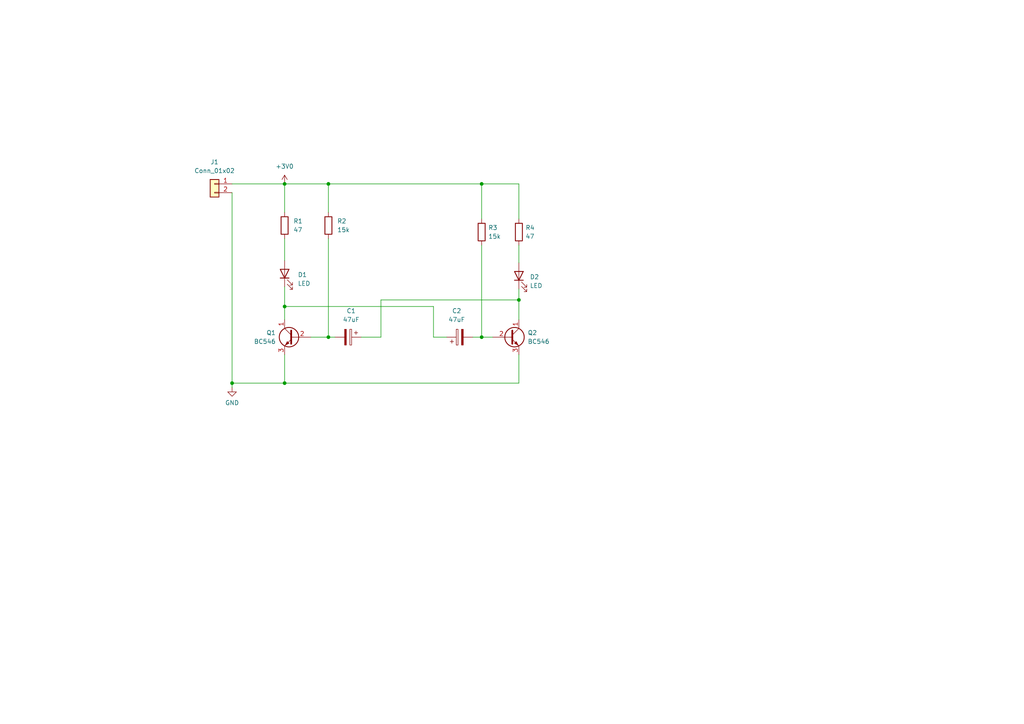
<source format=kicad_sch>
(kicad_sch (version 20211123) (generator eeschema)
  (paper "A4")
  (lib_symbols
    (symbol "Connector_Generic:Conn_01x02" (pin_names (offset 1.016) hide)
      (property "Reference" "J" (at 0 2.54 0))
      (property "Value" "Conn_01x02" (at 0 -5.08 0))
      (symbol "Conn_01x02_1_1"
        (rectangle (start -1.27 -2.413) (end 0 -2.667) (stroke (width 0.1524)))
        (rectangle (start -1.27 0.127) (end 0 -0.127) (stroke (width 0.1524)))
        (rectangle (start -1.27 1.27) (end 1.27 -3.81) (stroke (width 0.254)) (fill (type background)))
        (pin passive line (at -5.08 0 0) (length 3.81) (name "Pin_1") (number "1"))
        (pin passive line (at -5.08 -2.54 0) (length 3.81) (name "Pin_2") (number "2"))
      )
    )
    (symbol "Device:C_Polarized" (pin_numbers hide) (pin_names (offset 0.254))
      (property "Reference" "C" (at 0.635 2.54 0))
      (property "Value" "C_Polarized" (at 0.635 -2.54 0))
      (symbol "C_Polarized_0_1"
        (rectangle (start -2.286 0.508) (end 2.286 1.016))
        (polyline (pts (xy -1.778 2.286) (xy -0.762 2.286)))
        (polyline (pts (xy -1.27 2.794) (xy -1.27 1.778)))
        (rectangle (start 2.286 -0.508) (end -2.286 -1.016) (fill (type outline)))
      )
      (symbol "C_Polarized_1_1"
        (pin passive line (at 0 3.81 270) (length 2.794) (name "~") (number "1"))
        (pin passive line (at 0 -3.81 90) (length 2.794) (name "~") (number "2"))
      )
    )
    (symbol "Device:LED" (pin_numbers hide) (pin_names (offset 1.016) hide)
      (property "Reference" "D" (at 0 2.54 0))
      (property "Value" "LED" (at 0 -2.54 0))
      (symbol "LED_0_1"
        (polyline (pts (xy -1.27 -1.27) (xy -1.27 1.27)) (stroke (width 0.254)))
        (polyline (pts (xy -1.27 0) (xy 1.27 0)))
        (polyline (pts (xy 1.27 -1.27) (xy 1.27 1.27) (xy -1.27 0) (xy 1.27 -1.27)) (stroke (width 0.254)))
        (polyline (pts (xy -3.048 -0.762) (xy -4.572 -2.286) (xy -3.81 -2.286) (xy -4.572 -2.286) (xy -4.572 -1.524)))
        (polyline (pts (xy -1.778 -0.762) (xy -3.302 -2.286) (xy -2.54 -2.286) (xy -3.302 -2.286) (xy -3.302 -1.524)))
      )
      (symbol "LED_1_1"
        (pin passive line (at -3.81 0 0) (length 2.54) (name "K") (number "1"))
        (pin passive line (at 3.81 0 180) (length 2.54) (name "A") (number "2"))
      )
    )
    (symbol "Device:R" (pin_numbers hide) (pin_names (offset 0))
      (property "Reference" "R" (at 2.032 0 90))
      (property "Value" "R" (at 0 0 90))
      (symbol "R_0_1"
        (rectangle (start -1.016 -2.54) (end 1.016 2.54) (stroke (width 0.254)))
      )
      (symbol "R_1_1"
        (pin passive line (at 0 3.81 270) (length 1.27) (name "~") (number "1"))
        (pin passive line (at 0 -3.81 90) (length 1.27) (name "~") (number "2"))
      )
    )
    (symbol "Transistor_BJT:BC546" (pin_names (offset 0) hide)
      (property "Reference" "Q" (at 5.08 1.905 0))
      (property "Value" "BC546" (at 5.08 0 0))
      (symbol "BC546_0_1"
        (polyline (pts (xy 0 0) (xy 0.635 0)))
        (polyline (pts (xy 0.635 0.635) (xy 2.54 2.54)))
        (polyline (pts (xy 0.635 -0.635) (xy 2.54 -2.54) (xy 2.54 -2.54)))
        (polyline (pts (xy 0.635 1.905) (xy 0.635 -1.905) (xy 0.635 -1.905)) (stroke (width 0.508)))
        (polyline (pts (xy 1.27 -1.778) (xy 1.778 -1.27) (xy 2.286 -2.286) (xy 1.27 -1.778) (xy 1.27 -1.778)) (fill (type outline)))
        (circle (center 1.27 0) (radius 2.8194) (stroke (width 0.254)))
      )
      (symbol "BC546_1_1"
        (pin passive line (at 2.54 5.08 270) (length 2.54) (name "C") (number "1"))
        (pin input line (at -5.08 0 0) (length 5.08) (name "B") (number "2"))
        (pin passive line (at 2.54 -5.08 90) (length 2.54) (name "E") (number "3"))
      )
    )
    (symbol "power:+3V0" (power) (pin_names (offset 0))
      (property "Value" "+3V0" (at 0 3.556 0))
      (symbol "+3V0_0_1"
        (polyline (pts (xy -0.762 1.27) (xy 0 2.54)))
        (polyline (pts (xy 0 0) (xy 0 2.54)))
        (polyline (pts (xy 0 2.54) (xy 0.762 1.27)))
      )
      (symbol "+3V0_1_1"
        (pin power_in line (at 0 0 90) (length 0) hide (name "+3V0") (number "1"))
      )
    )
    (symbol "power:GND" (power) (pin_names (offset 0))
      (property "Value" "GND" (at 0 -3.81 0))
      (symbol "GND_0_1"
        (polyline (pts (xy 0 0) (xy 0 -1.27) (xy 1.27 -1.27) (xy 0 -2.54) (xy -1.27 -1.27) (xy 0 -1.27)))
      )
      (symbol "GND_1_1"
        (pin power_in line (at 0 0 270) (length 0) hide (name "GND") (number "1"))
      )
    )
  )
  (junction (at 95.25 53.34))
  (junction (at 82.55 111.125))
  (junction (at 82.55 88.9))
  (junction (at 150.495 86.995))
  (junction (at 139.7 97.79))
  (junction (at 139.7 53.34))
  (junction (at 67.31 111.125))
  (junction (at 95.25 97.79))
  (junction (at 82.55 53.34))
  (wire (pts (xy 67.31 111.125) (xy 67.31 112.395)))
  (wire (pts (xy 95.25 53.34) (xy 95.25 61.595)))
  (wire (pts (xy 110.49 97.79) (xy 110.49 86.995)))
  (wire (pts (xy 82.55 111.125) (xy 67.31 111.125)))
  (wire (pts (xy 82.55 83.185) (xy 82.55 88.9)))
  (wire (pts (xy 150.495 102.87) (xy 150.495 111.125)))
  (wire (pts (xy 82.55 61.595) (xy 82.55 53.34)))
  (wire (pts (xy 150.495 111.125) (xy 82.55 111.125)))
  (wire (pts (xy 139.7 71.12) (xy 139.7 97.79)))
  (wire (pts (xy 95.25 53.34) (xy 139.7 53.34)))
  (wire (pts (xy 137.16 97.79) (xy 139.7 97.79)))
  (wire (pts (xy 139.7 53.34) (xy 150.495 53.34)))
  (wire (pts (xy 125.73 88.9) (xy 82.55 88.9)))
  (wire (pts (xy 139.7 53.34) (xy 139.7 63.5)))
  (wire (pts (xy 125.73 88.9) (xy 125.73 97.79)))
  (wire (pts (xy 150.495 71.12) (xy 150.495 76.2)))
  (wire (pts (xy 95.25 97.79) (xy 95.25 69.215)))
  (wire (pts (xy 67.31 53.34) (xy 82.55 53.34)))
  (wire (pts (xy 82.55 53.34) (xy 95.25 53.34)))
  (wire (pts (xy 104.775 97.79) (xy 110.49 97.79)))
  (wire (pts (xy 110.49 86.995) (xy 150.495 86.995)))
  (wire (pts (xy 95.25 97.79) (xy 97.155 97.79)))
  (wire (pts (xy 150.495 53.34) (xy 150.495 63.5)))
  (wire (pts (xy 150.495 83.82) (xy 150.495 86.995)))
  (wire (pts (xy 150.495 86.995) (xy 150.495 92.71)))
  (wire (pts (xy 82.55 88.9) (xy 82.55 92.71)))
  (wire (pts (xy 129.54 97.79) (xy 125.73 97.79)))
  (wire (pts (xy 82.55 111.125) (xy 82.55 102.87)))
  (wire (pts (xy 82.55 69.215) (xy 82.55 75.565)))
  (wire (pts (xy 90.17 97.79) (xy 95.25 97.79)))
  (wire (pts (xy 142.875 97.79) (xy 139.7 97.79)))
  (wire (pts (xy 67.31 111.125) (xy 67.31 55.88)))
  (symbol (lib_id "power:GND") (at 67.31 112.395 0) (unit 1)
    (property "Reference" "#PWR0101" (effects hide))
    (property "Value" "GND" (at 67.31 116.84 0))
  )
  (symbol (lib_id "Transistor_BJT:BC546") (at 147.955 97.79 0) (unit 1)
    (property "Reference" "Q2" (at 153.035 96.5199 0) (effects (justify left)))
    (property "Value" "BC546" (at 153.035 99.0599 0) (effects (justify left)))
    (property "Footprint" "Package_TO_SOT_THT:TO-92_Inline" (effects hide))
    (property "Datasheet" "https://www.onsemi.com/pub/Collateral/BC550-D.pdf" (effects hide))
  )
  (symbol (lib_id "Device:R") (at 95.25 65.405 0) (unit 1)
    (property "Reference" "R2" (at 97.79 64.1349 0) (effects (justify left)))
    (property "Value" "15k" (at 97.79 66.6749 0) (effects (justify left)))
    (property "Footprint" "Resistor_THT:R_Axial_DIN0207_L6.3mm_D2.5mm_P10.16mm_Horizontal" (effects hide))
  )
  (symbol (lib_id "Transistor_BJT:BC546") (at 85.09 97.79 0) (mirror y) (unit 1)
    (property "Reference" "Q1" (at 80.01 96.5199 0) (effects (justify left)))
    (property "Value" "BC546" (at 80.01 99.0599 0) (effects (justify left)))
    (property "Footprint" "Package_TO_SOT_THT:TO-92_Inline" (effects hide))
    (property "Datasheet" "https://www.onsemi.com/pub/Collateral/BC550-D.pdf" (effects hide))
  )
  (symbol (lib_id "Device:C_Polarized") (at 100.965 97.79 270) (unit 1)
    (property "Reference" "C1" (at 101.854 90.17 90))
    (property "Value" "47uF" (at 101.854 92.71 90))
    (property "Footprint" "Capacitor_THT:CP_Radial_D5.0mm_P2.50mm" (effects hide))
  )
  (symbol (lib_id "Connector_Generic:Conn_01x02") (at 62.23 53.34 0) (mirror y) (unit 1)
    (property "Reference" "J1" (at 62.23 46.99 0))
    (property "Value" "Conn_01x02" (at 62.23 49.53 0))
    (property "Footprint" "Connector_PinSocket_2.54mm:PinSocket_1x02_P2.54mm_Vertical" (effects hide))
  )
  (symbol (lib_id "Device:R") (at 82.55 65.405 0) (unit 1)
    (property "Reference" "R1" (at 85.09 64.1349 0) (effects (justify left)))
    (property "Value" "47" (at 85.09 66.6749 0) (effects (justify left)))
    (property "Footprint" "Resistor_THT:R_Axial_DIN0207_L6.3mm_D2.5mm_P10.16mm_Horizontal" (effects hide))
  )
  (symbol (lib_id "power:+3V0") (at 82.55 53.34 0) (unit 1)
    (property "Reference" "#PWR0102" (effects hide))
    (property "Value" "+3V0" (at 82.55 48.26 0))
  )
  (symbol (lib_id "Device:LED") (at 150.495 80.01 90) (unit 1)
    (property "Reference" "D2" (at 153.67 80.3274 90) (effects (justify right)))
    (property "Value" "LED" (at 153.67 82.8674 90) (effects (justify right)))
    (property "Footprint" "LED_THT:LED_D5.0mm" (effects hide))
  )
  (symbol (lib_id "Device:R") (at 139.7 67.31 0) (unit 1)
    (property "Reference" "R3" (at 141.605 66.0399 0) (effects (justify left)))
    (property "Value" "15k" (at 141.605 68.5799 0) (effects (justify left)))
    (property "Footprint" "Resistor_THT:R_Axial_DIN0207_L6.3mm_D2.5mm_P10.16mm_Horizontal" (effects hide))
  )
  (symbol (lib_id "Device:C_Polarized") (at 133.35 97.79 90) (unit 1)
    (property "Reference" "C2" (at 132.461 90.17 90))
    (property "Value" "47uF" (at 132.461 92.71 90))
    (property "Footprint" "Capacitor_THT:CP_Radial_D5.0mm_P2.50mm" (effects hide))
  )
  (symbol (lib_id "Device:LED") (at 82.55 79.375 90) (unit 1)
    (property "Reference" "D1" (at 86.36 79.6924 90) (effects (justify right)))
    (property "Value" "LED" (at 86.36 82.2324 90) (effects (justify right)))
    (property "Footprint" "LED_THT:LED_D5.0mm" (effects hide))
  )
  (symbol (lib_id "Device:R") (at 150.495 67.31 0) (unit 1)
    (property "Reference" "R4" (at 152.4 66.0399 0) (effects (justify left)))
    (property "Value" "47" (at 152.4 68.5799 0) (effects (justify left)))
    (property "Footprint" "Resistor_THT:R_Axial_DIN0207_L6.3mm_D2.5mm_P10.16mm_Horizontal" (effects hide))
  )
)
</source>
